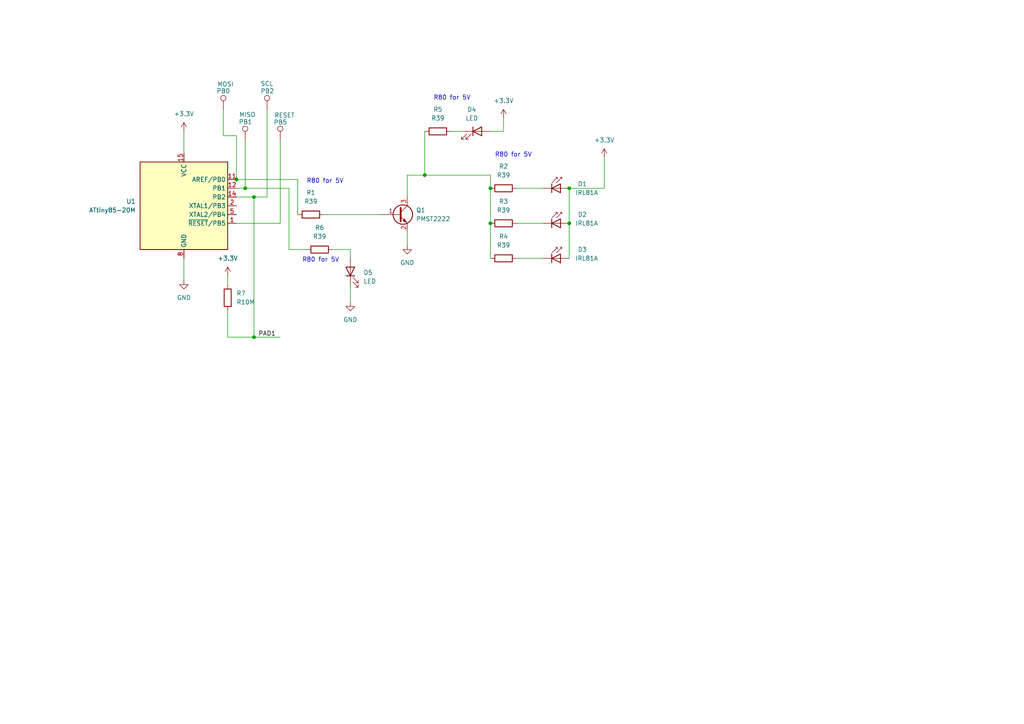
<source format=kicad_sch>
(kicad_sch (version 20211123) (generator eeschema)
  (paper "A4")
  (lib_symbols
    (symbol "Connector:TestPoint" (pin_numbers hide) (pin_names (offset 0.762) hide)
      (property "Reference" "TP" (at 0 6.858 0))
      (property "Value" "TestPoint" (at 0 5.08 0))
      (symbol "TestPoint_0_1"
        (circle (center 0 3.302) (radius 0.762))
      )
      (symbol "TestPoint_1_1"
        (pin passive line (at 0 0 90) (length 2.54) (name "1") (number "1"))
      )
    )
    (symbol "Device:LED" (pin_numbers hide) (pin_names (offset 1.016) hide)
      (property "Reference" "D" (at 0 2.54 0))
      (property "Value" "LED" (at 0 -2.54 0))
      (symbol "LED_0_1"
        (polyline (pts (xy -1.27 -1.27) (xy -1.27 1.27)) (stroke (width 0.254)))
        (polyline (pts (xy -1.27 0) (xy 1.27 0)))
        (polyline (pts (xy 1.27 -1.27) (xy 1.27 1.27) (xy -1.27 0) (xy 1.27 -1.27)) (stroke (width 0.254)))
        (polyline (pts (xy -3.048 -0.762) (xy -4.572 -2.286) (xy -3.81 -2.286) (xy -4.572 -2.286) (xy -4.572 -1.524)))
        (polyline (pts (xy -1.778 -0.762) (xy -3.302 -2.286) (xy -2.54 -2.286) (xy -3.302 -2.286) (xy -3.302 -1.524)))
      )
      (symbol "LED_1_1"
        (pin passive line (at -3.81 0 0) (length 2.54) (name "K") (number "1"))
        (pin passive line (at 3.81 0 180) (length 2.54) (name "A") (number "2"))
      )
    )
    (symbol "Device:R" (pin_numbers hide) (pin_names (offset 0))
      (property "Reference" "R" (at 2.032 0 90))
      (property "Value" "R" (at 0 0 90))
      (symbol "R_0_1"
        (rectangle (start -1.016 -2.54) (end 1.016 2.54) (stroke (width 0.254)))
      )
      (symbol "R_1_1"
        (pin passive line (at 0 3.81 270) (length 1.27) (name "~") (number "1"))
        (pin passive line (at 0 -3.81 90) (length 1.27) (name "~") (number "2"))
      )
    )
    (symbol "LED:IRL81A" (pin_numbers hide) (pin_names (offset 1.016) hide)
      (property "Reference" "D" (at 0.508 1.778 0))
      (property "Value" "IRL81A" (at -1.016 -2.794 0))
      (symbol "IRL81A_0_1"
        (polyline (pts (xy -2.54 0) (xy 0 0)))
        (polyline (pts (xy -2.54 1.27) (xy -2.54 -1.27)) (stroke (width 0.254)))
        (polyline (pts (xy 0.381 3.175) (xy -0.127 3.175)))
        (polyline (pts (xy -1.143 1.651) (xy 0.381 3.175) (xy 0.381 2.667)))
        (polyline (pts (xy 0 -1.27) (xy 0 1.27) (xy -2.54 0) (xy 0 -1.27)) (stroke (width 0.254)))
        (polyline (pts (xy -2.413 1.651) (xy -0.889 3.175) (xy -0.889 2.667) (xy -0.889 3.175) (xy -1.397 3.175)))
      )
      (symbol "IRL81A_1_1"
        (pin passive line (at -5.08 0 0) (length 2.54) (name "K") (number "1"))
        (pin passive line (at 2.54 0 180) (length 2.54) (name "A") (number "2"))
      )
    )
    (symbol "MCU_Microchip_ATtiny:ATtiny85-20M"
      (property "Reference" "U" (at -12.7 13.97 0))
      (property "Value" "ATtiny85-20M" (at 2.54 -13.97 0))
      (symbol "ATtiny85-20M_0_1"
        (rectangle (start -12.7 -12.7) (end 12.7 12.7) (stroke (width 0.254)) (fill (type background)))
      )
      (symbol "ATtiny85-20M_1_1"
        (pin bidirectional line (at 15.24 -5.08 180) (length 2.54) (name "~{RESET}/PB5") (number "1"))
        (pin no_connect line (at -12.7 -2.54 0) (length 2.54) hide (name "NC") (number "10"))
        (pin bidirectional line (at 15.24 7.62 180) (length 2.54) (name "AREF/PB0") (number "11"))
        (pin bidirectional line (at 15.24 5.08 180) (length 2.54) (name "PB1") (number "12"))
        (pin no_connect line (at -12.7 -5.08 0) (length 2.54) hide (name "NC") (number "13"))
        (pin bidirectional line (at 15.24 2.54 180) (length 2.54) (name "PB2") (number "14"))
        (pin power_in line (at 0 15.24 270) (length 2.54) (name "VCC") (number "15"))
        (pin no_connect line (at -12.7 -7.62 0) (length 2.54) hide (name "NC") (number "16"))
        (pin no_connect line (at -12.7 -10.16 0) (length 2.54) hide (name "NC") (number "17"))
        (pin no_connect line (at -7.62 -12.7 90) (length 2.54) hide (name "NC") (number "18"))
        (pin no_connect line (at -5.08 -12.7 90) (length 2.54) hide (name "NC") (number "19"))
        (pin bidirectional line (at 15.24 0 180) (length 2.54) (name "XTAL1/PB3") (number "2"))
        (pin no_connect line (at -2.54 -12.7 90) (length 2.54) hide (name "NC") (number "20"))
        (pin passive line (at 0 -15.24 90) (length 2.54) hide (name "GND") (number "21"))
        (pin no_connect line (at -12.7 10.16 0) (length 2.54) hide (name "NC") (number "3"))
        (pin no_connect line (at -12.7 7.62 0) (length 2.54) hide (name "NC") (number "4"))
        (pin bidirectional line (at 15.24 -2.54 180) (length 2.54) (name "XTAL2/PB4") (number "5"))
        (pin no_connect line (at -12.7 5.08 0) (length 2.54) hide (name "NC") (number "6"))
        (pin no_connect line (at -12.7 2.54 0) (length 2.54) hide (name "NC") (number "7"))
        (pin power_in line (at 0 -15.24 90) (length 2.54) (name "GND") (number "8"))
        (pin no_connect line (at -12.7 0 0) (length 2.54) hide (name "NC") (number "9"))
      )
    )
    (symbol "Transistor_BJT:BC817" (pin_names (offset 0) hide)
      (property "Reference" "Q" (at 5.08 1.905 0))
      (property "Value" "BC817" (at 5.08 0 0))
      (symbol "BC817_0_1"
        (polyline (pts (xy 0.635 0.635) (xy 2.54 2.54)))
        (polyline (pts (xy 0.635 -0.635) (xy 2.54 -2.54) (xy 2.54 -2.54)))
        (polyline (pts (xy 0.635 1.905) (xy 0.635 -1.905) (xy 0.635 -1.905)) (stroke (width 0.508)))
        (polyline (pts (xy 1.27 -1.778) (xy 1.778 -1.27) (xy 2.286 -2.286) (xy 1.27 -1.778) (xy 1.27 -1.778)) (fill (type outline)))
        (circle (center 1.27 0) (radius 2.8194) (stroke (width 0.254)))
      )
      (symbol "BC817_1_1"
        (pin input line (at -5.08 0 0) (length 5.715) (name "B") (number "1"))
        (pin passive line (at 2.54 -5.08 90) (length 2.54) (name "E") (number "2"))
        (pin passive line (at 2.54 5.08 270) (length 2.54) (name "C") (number "3"))
      )
    )
    (symbol "power:+3.3V" (power) (pin_names (offset 0))
      (property "Value" "+3.3V" (at 0 3.556 0))
      (symbol "+3.3V_0_1"
        (polyline (pts (xy -0.762 1.27) (xy 0 2.54)))
        (polyline (pts (xy 0 0) (xy 0 2.54)))
        (polyline (pts (xy 0 2.54) (xy 0.762 1.27)))
      )
      (symbol "+3.3V_1_1"
        (pin power_in line (at 0 0 90) (length 0) hide (name "+3.3V") (number "1"))
      )
    )
    (symbol "power:GND" (power) (pin_names (offset 0))
      (property "Value" "GND" (at 0 -3.81 0))
      (symbol "GND_0_1"
        (polyline (pts (xy 0 0) (xy 0 -1.27) (xy 1.27 -1.27) (xy 0 -2.54) (xy -1.27 -1.27) (xy 0 -1.27)))
      )
      (symbol "GND_1_1"
        (pin power_in line (at 0 0 270) (length 0) hide (name "GND") (number "1"))
      )
    )
  )
  (junction (at 68.58 52.07))
  (junction (at 123.19 50.8))
  (junction (at 71.12 54.61))
  (junction (at 73.66 97.79))
  (junction (at 73.66 57.15))
  (junction (at 165.1 54.61))
  (junction (at 165.1 64.77))
  (junction (at 142.24 54.61))
  (junction (at 142.24 64.77))
  (wire (pts (xy 64.77 31.75) (xy 64.77 39.37)))
  (wire (pts (xy 101.6 72.39) (xy 101.6 74.93)))
  (wire (pts (xy 66.04 90.17) (xy 66.04 97.79)))
  (wire (pts (xy 66.04 97.79) (xy 73.66 97.79)))
  (wire (pts (xy 175.26 54.61) (xy 165.1 54.61)))
  (wire (pts (xy 118.11 57.15) (xy 118.11 50.8)))
  (wire (pts (xy 53.34 38.1) (xy 53.34 44.45)))
  (wire (pts (xy 86.36 52.07) (xy 86.36 62.23)))
  (wire (pts (xy 73.66 57.15) (xy 73.66 97.79)))
  (wire (pts (xy 68.58 52.07) (xy 86.36 52.07)))
  (wire (pts (xy 130.81 38.1) (xy 134.62 38.1)))
  (wire (pts (xy 53.34 74.93) (xy 53.34 81.28)))
  (wire (pts (xy 83.82 54.61) (xy 83.82 72.39)))
  (wire (pts (xy 118.11 50.8) (xy 123.19 50.8)))
  (wire (pts (xy 142.24 54.61) (xy 142.24 64.77)))
  (wire (pts (xy 142.24 38.1) (xy 146.05 38.1)))
  (wire (pts (xy 146.05 34.29) (xy 146.05 38.1)))
  (wire (pts (xy 142.24 64.77) (xy 142.24 74.93)))
  (wire (pts (xy 68.58 57.15) (xy 73.66 57.15)))
  (wire (pts (xy 68.58 39.37) (xy 68.58 52.07)))
  (wire (pts (xy 68.58 54.61) (xy 71.12 54.61)))
  (wire (pts (xy 149.86 64.77) (xy 157.48 64.77)))
  (wire (pts (xy 142.24 50.8) (xy 142.24 54.61)))
  (wire (pts (xy 149.86 54.61) (xy 157.48 54.61)))
  (wire (pts (xy 101.6 82.55) (xy 101.6 87.63)))
  (wire (pts (xy 149.86 74.93) (xy 157.48 74.93)))
  (wire (pts (xy 175.26 45.72) (xy 175.26 54.61)))
  (wire (pts (xy 83.82 72.39) (xy 88.9 72.39)))
  (wire (pts (xy 73.66 97.79) (xy 81.28 97.79)))
  (wire (pts (xy 96.52 72.39) (xy 101.6 72.39)))
  (wire (pts (xy 123.19 38.1) (xy 123.19 50.8)))
  (wire (pts (xy 165.1 54.61) (xy 165.1 64.77)))
  (wire (pts (xy 71.12 40.64) (xy 71.12 54.61)))
  (wire (pts (xy 68.58 64.77) (xy 81.28 64.77)))
  (wire (pts (xy 71.12 54.61) (xy 83.82 54.61)))
  (wire (pts (xy 66.04 80.01) (xy 66.04 82.55)))
  (wire (pts (xy 93.98 62.23) (xy 110.49 62.23)))
  (wire (pts (xy 77.47 31.75) (xy 77.47 57.15)))
  (wire (pts (xy 73.66 57.15) (xy 77.47 57.15)))
  (wire (pts (xy 64.77 39.37) (xy 68.58 39.37)))
  (wire (pts (xy 118.11 67.31) (xy 118.11 71.12)))
  (wire (pts (xy 81.28 40.64) (xy 81.28 64.77)))
  (wire (pts (xy 123.19 50.8) (xy 142.24 50.8)))
  (wire (pts (xy 165.1 64.77) (xy 165.1 74.93)))
  (text "R80 for 5V" (at 143.51 45.72 0) (effects (font (size 1.27 1.27)) (justify left bottom)))
  (text "R80 for 5V" (at 87.63 76.2 0) (effects (font (size 1.27 1.27)) (justify left bottom)))
  (text "R80 for 5V" (at 125.73 29.21 0) (effects (font (size 1.27 1.27)) (justify left bottom)))
  (text "R80 for 5V" (at 88.9 53.34 0) (effects (font (size 1.27 1.27)) (justify left bottom)))
  (label "PAD1" (at 74.93 97.79 0))
  (symbol (lib_id "Device:R") (at 146.05 74.93 90) (unit 1)
    (property "Reference" "R4" (at 146.05 68.58 90))
    (property "Value" "R39" (at 146.05 71.12 90))
    (property "Footprint" "Resistor_SMD:R_0201_0603Metric_Pad0.64x0.40mm_HandSolder" (effects hide))
  )
  (symbol (lib_id "Device:R") (at 92.71 72.39 90) (unit 1)
    (property "Reference" "R6" (at 92.71 66.04 90))
    (property "Value" "R39" (at 92.71 68.58 90))
    (property "Footprint" "Resistor_SMD:R_0201_0603Metric_Pad0.64x0.40mm_HandSolder" (effects hide))
  )
  (symbol (lib_id "Connector:TestPoint") (at 64.77 31.75 0) (unit 1)
    (property "Reference" "MOSI" (at 63.0016 24.4059 0) (effects (justify left)))
    (property "Value" "PB0" (at 62.7898 26.3835 0) (effects (justify left)))
    (property "Footprint" "TestPoint:TestPoint_Pad_D1.0mm" (effects hide))
  )
  (symbol (lib_id "power:GND") (at 118.11 71.12 0) (unit 1)
    (property "Reference" "#PWR03" (effects hide))
    (property "Value" "GND" (at 118.11 76.2 0))
  )
  (symbol (lib_id "LED:IRL81A") (at 162.56 64.77 0) (unit 1)
    (property "Reference" "D2" (at 168.91 62.23 0))
    (property "Value" "IRL81A" (at 170.18 64.77 0))
    (property "Footprint" "LED_THT:LED_SideEmitter_Rectangular_W4.5mm_H1.6mm" (effects hide))
    (property "Datasheet" "http://www.osram-os.com/Graphics/XPic0/00203825_0.pdf" (effects hide))
  )
  (symbol (lib_id "power:+3.3V") (at 66.04 80.01 0) (unit 1)
    (property "Reference" "#PWR?" (effects hide))
    (property "Value" "+3.3V" (at 66.04 74.93 0))
  )
  (symbol (lib_id "Transistor_BJT:BC817") (at 115.57 62.23 0) (unit 1)
    (property "Reference" "Q1" (at 120.65 60.9599 0) (effects (justify left)))
    (property "Value" "PMST2222" (at 120.65 63.4999 0) (effects (justify left)))
    (property "Footprint" "Package_TO_SOT_SMD:SOT-23" (effects hide))
    (property "Datasheet" "https://www.onsemi.com/pub/Collateral/BC818-D.pdf" (effects hide))
  )
  (symbol (lib_id "MCU_Microchip_ATtiny:ATtiny85-20M") (at 53.34 59.69 0) (unit 1)
    (property "Reference" "U1" (at 39.37 58.4199 0) (effects (justify right)))
    (property "Value" "ATtiny85-20M" (at 39.37 60.9599 0) (effects (justify right)))
    (property "Footprint" "Package_DFN_QFN:QFN-20-1EP_4x4mm_P0.5mm_EP2.6x2.6mm" (effects hide))
    (property "Datasheet" "http://ww1.microchip.com/downloads/en/DeviceDoc/atmel-2586-avr-8-bit-microcontroller-attiny25-attiny45-attiny85_datasheet.pdf" (effects hide))
  )
  (symbol (lib_id "LED:IRL81A") (at 162.56 74.93 0) (unit 1)
    (property "Reference" "D3" (at 168.91 72.39 0))
    (property "Value" "IRL81A" (at 170.18 74.93 0))
    (property "Footprint" "LED_THT:LED_SideEmitter_Rectangular_W4.5mm_H1.6mm" (effects hide))
    (property "Datasheet" "http://www.osram-os.com/Graphics/XPic0/00203825_0.pdf" (effects hide))
  )
  (symbol (lib_id "power:GND") (at 53.34 81.28 0) (unit 1)
    (property "Reference" "#PWR02" (effects hide))
    (property "Value" "GND" (at 53.34 86.36 0))
  )
  (symbol (lib_id "power:+3.3V") (at 175.26 45.72 0) (unit 1)
    (property "Reference" "#PWR04" (effects hide))
    (property "Value" "+3.3V" (at 175.26 40.64 0))
  )
  (symbol (lib_id "power:+3.3V") (at 146.05 34.29 0) (unit 1)
    (property "Reference" "#PWR05" (effects hide))
    (property "Value" "+3.3V" (at 146.05 29.21 0))
  )
  (symbol (lib_id "Connector:TestPoint") (at 81.28 40.64 0) (unit 1)
    (property "Reference" "RESET" (at 79.5471 33.421 0) (effects (justify left)))
    (property "Value" "PB5" (at 79.3695 35.4631 0) (effects (justify left)))
    (property "Footprint" "TestPoint:TestPoint_Pad_D1.0mm" (effects hide))
  )
  (symbol (lib_id "Device:LED") (at 101.6 78.74 90) (unit 1)
    (property "Reference" "D5" (at 105.41 79.0574 90) (effects (justify right)))
    (property "Value" "LED" (at 105.41 81.5974 90) (effects (justify right)))
    (property "Footprint" "Resistor_SMD:R_0805_2012Metric" (effects hide))
  )
  (symbol (lib_id "Device:R") (at 66.04 86.36 180) (unit 1)
    (property "Reference" "R7" (at 68.58 85.0899 0) (effects (justify right)))
    (property "Value" "R10M" (at 68.58 87.6299 0) (effects (justify right)))
    (property "Footprint" "Resistor_SMD:R_0201_0603Metric_Pad0.64x0.40mm_HandSolder" (effects hide))
  )
  (symbol (lib_id "Device:R") (at 146.05 64.77 90) (unit 1)
    (property "Reference" "R3" (at 146.05 58.42 90))
    (property "Value" "R39" (at 146.05 60.96 90))
    (property "Footprint" "Resistor_SMD:R_0201_0603Metric_Pad0.64x0.40mm_HandSolder" (effects hide))
  )
  (symbol (lib_id "Connector:TestPoint") (at 71.12 40.64 0) (unit 1)
    (property "Reference" "MISO" (at 69.3361 33.2434 0) (effects (justify left)))
    (property "Value" "PB1" (at 69.2169 35.352 0) (effects (justify left)))
    (property "Footprint" "TestPoint:TestPoint_Pad_D1.0mm" (effects hide))
  )
  (symbol (lib_id "Device:LED") (at 138.43 38.1 0) (unit 1)
    (property "Reference" "D4" (at 136.8425 31.75 0))
    (property "Value" "LED" (at 136.8425 34.29 0))
    (property "Footprint" "Resistor_SMD:R_0805_2012Metric" (effects hide))
  )
  (symbol (lib_id "power:GND") (at 101.6 87.63 0) (unit 1)
    (property "Reference" "#PWR06" (effects hide))
    (property "Value" "GND" (at 101.6 92.71 0))
  )
  (symbol (lib_id "power:+3.3V") (at 53.34 38.1 0) (unit 1)
    (property "Reference" "#PWR01" (effects hide))
    (property "Value" "+3.3V" (at 53.34 33.02 0))
  )
  (symbol (lib_id "Device:R") (at 90.17 62.23 90) (unit 1)
    (property "Reference" "R1" (at 90.17 55.88 90))
    (property "Value" "R39" (at 90.17 58.42 90))
    (property "Footprint" "Resistor_SMD:R_0201_0603Metric_Pad0.64x0.40mm_HandSolder" (effects hide))
  )
  (symbol (lib_id "Device:R") (at 146.05 54.61 90) (unit 1)
    (property "Reference" "R2" (at 146.05 48.26 90))
    (property "Value" "R39" (at 146.05 50.8 90))
    (property "Footprint" "Resistor_SMD:R_0201_0603Metric_Pad0.64x0.40mm_HandSolder" (effects hide))
  )
  (symbol (lib_id "Connector:TestPoint") (at 77.47 31.75 0) (unit 1)
    (property "Reference" "SCL" (at 75.5515 24.2755 0) (effects (justify left)))
    (property "Value" "PB2" (at 75.5515 26.4065 0) (effects (justify left)))
    (property "Footprint" "TestPoint:TestPoint_Pad_D1.0mm" (effects hide))
  )
  (symbol (lib_id "LED:IRL81A") (at 162.56 54.61 0) (unit 1)
    (property "Reference" "D1" (at 168.91 53.34 0))
    (property "Value" "IRL81A" (at 170.18 55.88 0))
    (property "Footprint" "LED_THT:LED_SideEmitter_Rectangular_W4.5mm_H1.6mm" (effects hide))
    (property "Datasheet" "http://www.osram-os.com/Graphics/XPic0/00203825_0.pdf" (effects hide))
  )
  (symbol (lib_id "Device:R") (at 127 38.1 90) (unit 1)
    (property "Reference" "R5" (at 127 31.75 90))
    (property "Value" "R39" (at 127 34.29 90))
    (property "Footprint" "Resistor_SMD:R_0201_0603Metric_Pad0.64x0.40mm_HandSolder" (effects hide))
  )
)
</source>
